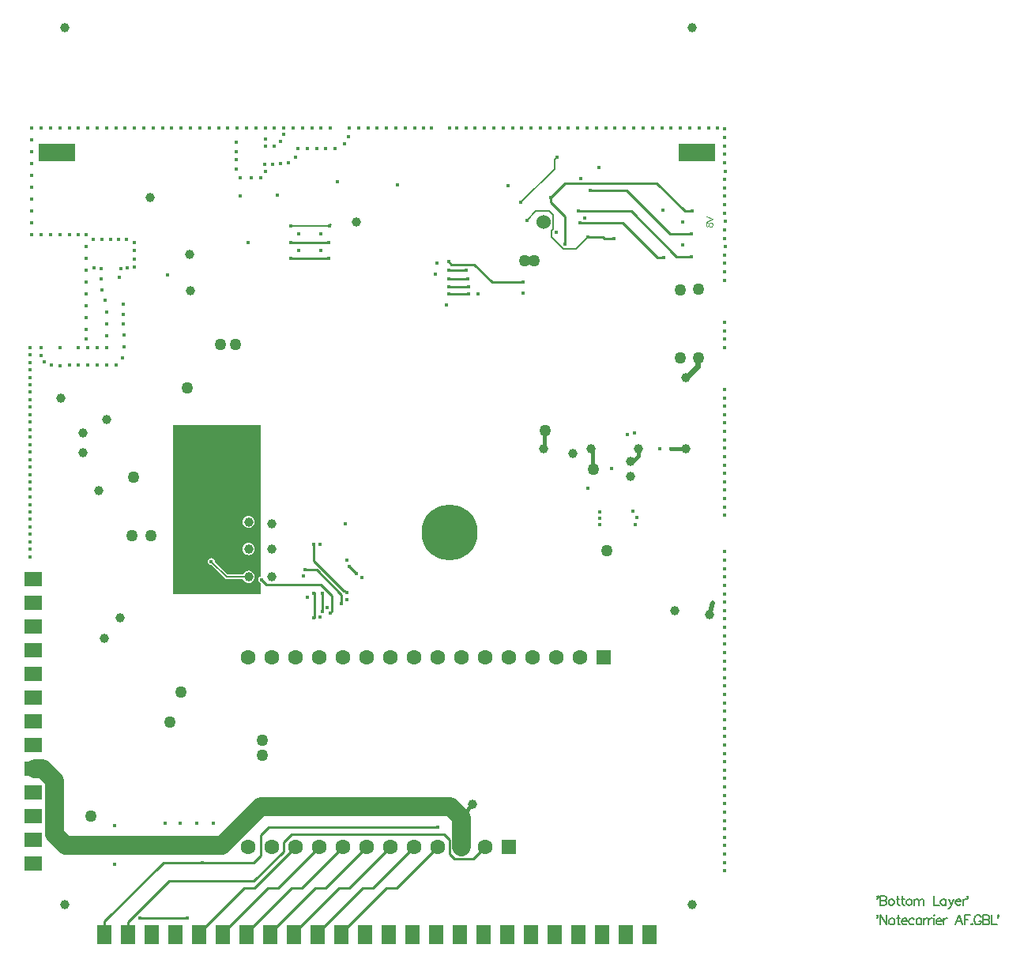
<source format=gbl>
G04*
G04 #@! TF.GenerationSoftware,Altium Limited,Altium Designer,20.2.6 (241)*
G04*
G04 Layer_Physical_Order=4*
G04 Layer_Color=16711680*
%FSLAX25Y25*%
%MOIN*%
G70*
G04*
G04 #@! TF.SameCoordinates,785051FB-66B4-4767-B951-84AC3D2C5656*
G04*
G04*
G04 #@! TF.FilePolarity,Positive*
G04*
G01*
G75*
%ADD10C,0.00787*%
%ADD11C,0.00591*%
%ADD41C,0.03937*%
%ADD131C,0.01968*%
%ADD132C,0.01575*%
%ADD134C,0.00984*%
%ADD136C,0.01968*%
%ADD138C,0.02362*%
%ADD139C,0.07874*%
%ADD148C,0.06299*%
%ADD149R,0.06299X0.06299*%
%ADD150C,0.06000*%
%ADD152C,0.23622*%
%ADD153R,0.07677X0.06299*%
%ADD154R,0.06299X0.07874*%
%ADD155C,0.01772*%
%ADD156C,0.05000*%
%ADD171C,0.01181*%
%ADD172C,0.00276*%
%ADD173R,0.15748X0.07638*%
G36*
X100347Y156160D02*
X99899Y155861D01*
X99572Y155373D01*
X99458Y154797D01*
X99572Y154221D01*
X99899Y153732D01*
X100347Y153433D01*
Y148622D01*
X63339D01*
Y220079D01*
X100347D01*
Y156160D01*
D02*
G37*
%LPC*%
G36*
X95351Y181715D02*
X94683Y181627D01*
X94060Y181369D01*
X93526Y180959D01*
X93116Y180424D01*
X92858Y179802D01*
X92770Y179134D01*
X92858Y178466D01*
X93116Y177843D01*
X93526Y177309D01*
X94060Y176899D01*
X94683Y176641D01*
X95351Y176553D01*
X96019Y176641D01*
X96642Y176899D01*
X97176Y177309D01*
X97586Y177843D01*
X97844Y178466D01*
X97932Y179134D01*
X97844Y179802D01*
X97586Y180424D01*
X97176Y180959D01*
X96642Y181369D01*
X96019Y181627D01*
X95351Y181715D01*
D02*
G37*
G36*
Y170285D02*
X94683Y170197D01*
X94060Y169939D01*
X93526Y169529D01*
X93116Y168994D01*
X92858Y168372D01*
X92770Y167704D01*
X92858Y167036D01*
X93116Y166413D01*
X93526Y165879D01*
X94060Y165469D01*
X94683Y165211D01*
X95351Y165123D01*
X96019Y165211D01*
X96642Y165469D01*
X97176Y165879D01*
X97586Y166413D01*
X97844Y167036D01*
X97932Y167704D01*
X97844Y168372D01*
X97586Y168994D01*
X97176Y169529D01*
X96642Y169939D01*
X96019Y170197D01*
X95351Y170285D01*
D02*
G37*
G36*
X79646Y163946D02*
X79070Y163832D01*
X78581Y163505D01*
X78255Y163017D01*
X78140Y162441D01*
X78255Y161865D01*
X78581Y161377D01*
X79070Y161050D01*
X79646Y160936D01*
X79836Y160974D01*
X85500Y155309D01*
X85793Y155113D01*
X86139Y155045D01*
X92955D01*
X93116Y154657D01*
X93526Y154123D01*
X94060Y153713D01*
X94683Y153455D01*
X95351Y153367D01*
X96019Y153455D01*
X96642Y153713D01*
X97176Y154123D01*
X97586Y154657D01*
X97844Y155280D01*
X97932Y155948D01*
X97844Y156616D01*
X97586Y157238D01*
X97176Y157773D01*
X96642Y158183D01*
X96019Y158441D01*
X95351Y158529D01*
X94683Y158441D01*
X94060Y158183D01*
X93526Y157773D01*
X93116Y157238D01*
X92955Y156851D01*
X86513D01*
X81113Y162251D01*
X81151Y162441D01*
X81036Y163017D01*
X80710Y163505D01*
X80222Y163832D01*
X79646Y163946D01*
D02*
G37*
%LPD*%
D10*
X233477Y294390D02*
X238481Y299393D01*
X113189Y303982D02*
X129528D01*
Y304724D01*
X210132Y313866D02*
X224403Y328137D01*
Y332074D02*
X225434Y333106D01*
X224403Y328137D02*
Y332074D01*
X216564Y310204D02*
X222239D01*
X223812Y302787D02*
Y308630D01*
X222239Y310204D02*
X223812Y308630D01*
X223145Y299254D02*
Y302120D01*
Y299254D02*
X228009Y294390D01*
X233477D01*
X223145Y302120D02*
X223812Y302787D01*
X212813Y306453D02*
X216564Y310204D01*
X129528Y304724D02*
X130270D01*
D11*
X86139Y155948D02*
X95351D01*
X79646Y162441D02*
X86139Y155948D01*
X360719Y12813D02*
X360531Y13001D01*
X360719Y13188D01*
X360906Y13001D01*
Y12626D01*
X360719Y12251D01*
X360531Y12064D01*
X361769Y13188D02*
Y9252D01*
Y13188D02*
X364393Y9252D01*
Y13188D02*
Y9252D01*
X366417Y11876D02*
X366042Y11689D01*
X365667Y11314D01*
X365480Y10751D01*
Y10377D01*
X365667Y9814D01*
X366042Y9439D01*
X366417Y9252D01*
X366979D01*
X367354Y9439D01*
X367729Y9814D01*
X367916Y10377D01*
Y10751D01*
X367729Y11314D01*
X367354Y11689D01*
X366979Y11876D01*
X366417D01*
X369341Y13188D02*
Y10002D01*
X369529Y9439D01*
X369903Y9252D01*
X370278D01*
X368779Y11876D02*
X370091D01*
X370841Y10751D02*
X373090D01*
Y11126D01*
X372902Y11501D01*
X372715Y11689D01*
X372340Y11876D01*
X371778D01*
X371403Y11689D01*
X371028Y11314D01*
X370841Y10751D01*
Y10377D01*
X371028Y9814D01*
X371403Y9439D01*
X371778Y9252D01*
X372340D01*
X372715Y9439D01*
X373090Y9814D01*
X376182Y11314D02*
X375808Y11689D01*
X375433Y11876D01*
X374870D01*
X374496Y11689D01*
X374121Y11314D01*
X373933Y10751D01*
Y10377D01*
X374121Y9814D01*
X374496Y9439D01*
X374870Y9252D01*
X375433D01*
X375808Y9439D01*
X376182Y9814D01*
X379275Y11876D02*
Y9252D01*
Y11314D02*
X378900Y11689D01*
X378525Y11876D01*
X377963D01*
X377588Y11689D01*
X377213Y11314D01*
X377026Y10751D01*
Y10377D01*
X377213Y9814D01*
X377588Y9439D01*
X377963Y9252D01*
X378525D01*
X378900Y9439D01*
X379275Y9814D01*
X380325Y11876D02*
Y9252D01*
Y10751D02*
X380512Y11314D01*
X380887Y11689D01*
X381262Y11876D01*
X381824D01*
X382180D02*
Y9252D01*
Y10751D02*
X382368Y11314D01*
X382743Y11689D01*
X383118Y11876D01*
X383680D01*
X384411Y13188D02*
X384598Y13001D01*
X384786Y13188D01*
X384598Y13376D01*
X384411Y13188D01*
X384598Y11876D02*
Y9252D01*
X385479Y10751D02*
X387729D01*
Y11126D01*
X387541Y11501D01*
X387354Y11689D01*
X386979Y11876D01*
X386417D01*
X386042Y11689D01*
X385667Y11314D01*
X385479Y10751D01*
Y10377D01*
X385667Y9814D01*
X386042Y9439D01*
X386417Y9252D01*
X386979D01*
X387354Y9439D01*
X387729Y9814D01*
X388572Y11876D02*
Y9252D01*
Y10751D02*
X388759Y11314D01*
X389134Y11689D01*
X389509Y11876D01*
X390072D01*
X396519Y9252D02*
X395020Y13188D01*
X393520Y9252D01*
X394083Y10564D02*
X395957D01*
X397438Y13188D02*
Y9252D01*
Y13188D02*
X399874D01*
X397438Y11314D02*
X398937D01*
X400512Y9627D02*
X400324Y9439D01*
X400512Y9252D01*
X400699Y9439D01*
X400512Y9627D01*
X404373Y12251D02*
X404185Y12626D01*
X403811Y13001D01*
X403436Y13188D01*
X402686D01*
X402311Y13001D01*
X401936Y12626D01*
X401749Y12251D01*
X401561Y11689D01*
Y10751D01*
X401749Y10189D01*
X401936Y9814D01*
X402311Y9439D01*
X402686Y9252D01*
X403436D01*
X403811Y9439D01*
X404185Y9814D01*
X404373Y10189D01*
Y10751D01*
X403436D02*
X404373D01*
X405273Y13188D02*
Y9252D01*
Y13188D02*
X406959D01*
X407522Y13001D01*
X407709Y12813D01*
X407897Y12438D01*
Y12064D01*
X407709Y11689D01*
X407522Y11501D01*
X406959Y11314D01*
X405273D02*
X406959D01*
X407522Y11126D01*
X407709Y10939D01*
X407897Y10564D01*
Y10002D01*
X407709Y9627D01*
X407522Y9439D01*
X406959Y9252D01*
X405273D01*
X408778Y13188D02*
Y9252D01*
X411027D01*
X411645Y12813D02*
X411458Y13001D01*
X411645Y13188D01*
X411833Y13001D01*
Y12626D01*
X411645Y12251D01*
X411458Y12064D01*
X360817Y20917D02*
X360630Y21104D01*
X360817Y21292D01*
X361005Y21104D01*
Y20729D01*
X360817Y20354D01*
X360630Y20167D01*
X361867Y21292D02*
Y17355D01*
Y21292D02*
X363554D01*
X364116Y21104D01*
X364304Y20917D01*
X364491Y20542D01*
Y20167D01*
X364304Y19792D01*
X364116Y19605D01*
X363554Y19417D01*
X361867D02*
X363554D01*
X364116Y19230D01*
X364304Y19042D01*
X364491Y18667D01*
Y18105D01*
X364304Y17730D01*
X364116Y17543D01*
X363554Y17355D01*
X361867D01*
X366309Y19979D02*
X365934Y19792D01*
X365560Y19417D01*
X365372Y18855D01*
Y18480D01*
X365560Y17918D01*
X365934Y17543D01*
X366309Y17355D01*
X366872D01*
X367246Y17543D01*
X367621Y17918D01*
X367809Y18480D01*
Y18855D01*
X367621Y19417D01*
X367246Y19792D01*
X366872Y19979D01*
X366309D01*
X369233Y21292D02*
Y18105D01*
X369421Y17543D01*
X369796Y17355D01*
X370170D01*
X368671Y19979D02*
X369983D01*
X371295Y21292D02*
Y18105D01*
X371482Y17543D01*
X371857Y17355D01*
X372232D01*
X370733Y19979D02*
X372045D01*
X373732D02*
X373357Y19792D01*
X372982Y19417D01*
X372795Y18855D01*
Y18480D01*
X372982Y17918D01*
X373357Y17543D01*
X373732Y17355D01*
X374294D01*
X374669Y17543D01*
X375044Y17918D01*
X375231Y18480D01*
Y18855D01*
X375044Y19417D01*
X374669Y19792D01*
X374294Y19979D01*
X373732D01*
X376093D02*
Y17355D01*
Y19230D02*
X376656Y19792D01*
X377031Y19979D01*
X377593D01*
X377968Y19792D01*
X378155Y19230D01*
Y17355D01*
Y19230D02*
X378717Y19792D01*
X379092Y19979D01*
X379655D01*
X380030Y19792D01*
X380217Y19230D01*
Y17355D01*
X384547Y21292D02*
Y17355D01*
X386796D01*
X389476Y19979D02*
Y17355D01*
Y19417D02*
X389102Y19792D01*
X388727Y19979D01*
X388164D01*
X387789Y19792D01*
X387415Y19417D01*
X387227Y18855D01*
Y18480D01*
X387415Y17918D01*
X387789Y17543D01*
X388164Y17355D01*
X388727D01*
X389102Y17543D01*
X389476Y17918D01*
X390714Y19979D02*
X391838Y17355D01*
X392963Y19979D02*
X391838Y17355D01*
X391463Y16606D01*
X391088Y16231D01*
X390714Y16043D01*
X390526D01*
X393619Y18855D02*
X395868D01*
Y19230D01*
X395680Y19605D01*
X395493Y19792D01*
X395118Y19979D01*
X394556D01*
X394181Y19792D01*
X393806Y19417D01*
X393619Y18855D01*
Y18480D01*
X393806Y17918D01*
X394181Y17543D01*
X394556Y17355D01*
X395118D01*
X395493Y17543D01*
X395868Y17918D01*
X396711Y19979D02*
Y17355D01*
Y18855D02*
X396899Y19417D01*
X397274Y19792D01*
X397649Y19979D01*
X398211D01*
X398755Y20917D02*
X398567Y21104D01*
X398755Y21292D01*
X398942Y21104D01*
Y20729D01*
X398755Y20354D01*
X398567Y20167D01*
D41*
X190000Y60000D02*
D03*
X220000Y210000D02*
D03*
X240000D02*
D03*
X290000Y140000D02*
D03*
X280000Y240000D02*
D03*
Y210000D02*
D03*
X260000D02*
D03*
X140938Y305731D02*
D03*
X17717Y387795D02*
D03*
X282480D02*
D03*
Y17717D02*
D03*
X17717D02*
D03*
X95351Y155948D02*
D03*
X32173Y192183D02*
D03*
X70499Y292121D02*
D03*
X70687Y276640D02*
D03*
X105127Y155948D02*
D03*
X105315Y167704D02*
D03*
Y178493D02*
D03*
X95351Y179134D02*
D03*
X35633Y222399D02*
D03*
X95351Y167704D02*
D03*
X41064Y138514D02*
D03*
X256496Y204528D02*
D03*
X256398Y198228D02*
D03*
X34626Y129984D02*
D03*
X275236Y141732D02*
D03*
X25648Y216572D02*
D03*
Y208357D02*
D03*
X232283Y208032D02*
D03*
X16142Y231496D02*
D03*
X53937Y316142D02*
D03*
D131*
X81102Y181102D02*
D03*
Y179134D02*
D03*
Y177165D02*
D03*
Y175197D02*
D03*
Y173228D02*
D03*
X79134Y179134D02*
D03*
Y181102D02*
D03*
X77165Y175197D02*
D03*
Y173228D02*
D03*
X79134Y177165D02*
D03*
Y175197D02*
D03*
Y173228D02*
D03*
X77165Y181102D02*
D03*
Y179134D02*
D03*
Y177165D02*
D03*
D132*
X186024Y56024D02*
X190000Y60000D01*
X185236Y46850D02*
X186024Y47638D01*
Y56024D01*
X256496Y204528D02*
X257382D01*
X260000Y207146D01*
Y210000D01*
X273491D02*
X280000D01*
X220236Y217284D02*
X220472Y217520D01*
X220000Y210000D02*
X220236Y210236D01*
Y217284D01*
X240452Y201913D02*
Y209548D01*
Y201913D02*
X240969Y201396D01*
X240000Y210000D02*
X240452Y209548D01*
D134*
X123031Y138779D02*
Y148927D01*
X125823Y152798D02*
X130650Y147971D01*
X102962Y152798D02*
X125823D01*
X75787Y35433D02*
X97441D01*
X59547D02*
X75787D01*
X34626Y10512D02*
X59547Y35433D01*
X97441D02*
X100394Y38386D01*
Y46867D01*
X103723Y50197D01*
X177979Y47244D02*
X180073Y45150D01*
X113559Y47244D02*
X177979D01*
X103723Y50197D02*
X175236D01*
X110236Y43921D02*
X113559Y47244D01*
X61772Y27559D02*
X97652D01*
X110236Y40143D01*
Y43921D01*
X180073Y39014D02*
Y45150D01*
X182107Y36980D02*
X190217D01*
X180073Y39014D02*
X182107Y36980D01*
X44626Y10413D02*
X61772Y27559D01*
X93522Y24684D02*
X97920D01*
X74626Y5787D02*
X93522Y24684D01*
X44626Y5000D02*
Y10413D01*
X190217Y36980D02*
X195236Y42000D01*
X100963Y154797D02*
X102962Y152798D01*
X105236Y40750D02*
X105526D01*
X137899Y160450D02*
X140945Y157404D01*
X137702Y160450D02*
X137899D01*
X105526Y40750D02*
Y40920D01*
X117920Y24684D02*
X135236Y42000D01*
X94626Y5000D02*
Y5787D01*
X113522Y24684D01*
X117920D01*
X84626Y5000D02*
Y5787D01*
X103522Y24684D01*
X107920D01*
X125236Y42000D01*
X74626Y5000D02*
Y5787D01*
X97920Y24684D02*
X115236Y42000D01*
X134626Y5787D02*
X153522Y24684D01*
X157920D01*
X175236Y42000D01*
X134626Y5000D02*
Y5787D01*
X124626D02*
X143522Y24684D01*
X147920D01*
X165236Y42000D01*
X124626Y5000D02*
Y5787D01*
X114626Y5000D02*
Y5787D01*
X133522Y24684D01*
X137920D01*
X155236Y42000D01*
X123522Y24684D02*
X127920D01*
X104626Y5000D02*
Y5787D01*
X123522Y24684D01*
X127920D02*
X145236Y42000D01*
X34626Y5000D02*
Y10512D01*
X134656Y144542D02*
Y148355D01*
X124042Y158969D02*
X134656Y148355D01*
X119112Y158969D02*
X124042D01*
X135433Y150084D02*
X136047D01*
X122845Y162672D02*
Y169518D01*
X136661Y149470D02*
X136821D01*
X136047Y150084D02*
X136661Y149470D01*
X122845Y162672D02*
X135433Y150084D01*
X122845Y169518D02*
X122942Y169615D01*
X130650Y141626D02*
Y147971D01*
X129823Y140799D02*
X130650Y141626D01*
X129823Y140639D02*
Y140799D01*
X122937Y138685D02*
X123031Y138779D01*
X126516Y141348D02*
X126585Y141279D01*
X126516Y149044D02*
X126585Y149113D01*
X126516Y141348D02*
Y149044D01*
X49649Y12000D02*
X69665D01*
X222973Y316072D02*
X222980D01*
X228956Y322048D02*
X267658D01*
X222980Y316072D02*
X228956Y322048D01*
X267913Y290724D02*
X270592D01*
X235252Y305400D02*
X253238D01*
X267913Y290724D01*
X234572Y310189D02*
X256797D01*
X275868Y291118D01*
X282328D01*
X254763Y319056D02*
X273095Y300724D01*
X282172D02*
X282172Y300724D01*
X273095Y300724D02*
X282172D01*
X239365Y319056D02*
X254763D01*
X235204Y305449D02*
X235252Y305400D01*
X238481Y299393D02*
X244745D01*
X245579Y298559D01*
X267658Y322048D02*
X279375Y310331D01*
X282574D01*
X245579Y298559D02*
X249639D01*
X179766Y281681D02*
X187799D01*
X179718Y281633D02*
X179766Y281681D01*
X180982Y287648D02*
X190660D01*
X179715Y288914D02*
X180982Y287648D01*
X190660D02*
X198095Y280213D01*
X179718Y275319D02*
X179729Y275331D01*
X188147D02*
X188159Y275343D01*
X179729Y275331D02*
X188147D01*
X198095Y280213D02*
X211174D01*
X179678Y285188D02*
X187238D01*
X179718Y278469D02*
X188245D01*
X228784Y296260D02*
Y308052D01*
X222973Y313863D02*
Y316072D01*
Y313863D02*
X228784Y308052D01*
X113189Y290354D02*
X129277D01*
X113189Y296873D02*
X129277D01*
X113189Y296873D02*
X113189Y296873D01*
D136*
X290000Y140000D02*
X291071Y145176D01*
D138*
X284732Y247730D02*
X285236Y248235D01*
X284732Y244731D02*
Y247730D01*
X280000Y240000D02*
X284732Y244731D01*
D139*
X18097Y42685D02*
X84147D01*
X100517Y59055D01*
X180511D01*
X185236Y54330D01*
Y42000D02*
Y54330D01*
X13484Y47297D02*
X18097Y42685D01*
X8509Y75000D02*
X13484Y70025D01*
Y47297D02*
Y70025D01*
X5020Y75000D02*
X8509D01*
D148*
X165236Y122000D02*
D03*
X175236D02*
D03*
X185236D02*
D03*
X195236D02*
D03*
X205236D02*
D03*
X215236D02*
D03*
X225236D02*
D03*
X235236D02*
D03*
X155236D02*
D03*
X145236D02*
D03*
X135236D02*
D03*
X125236D02*
D03*
X115236D02*
D03*
X105236D02*
D03*
X95236D02*
D03*
Y42000D02*
D03*
X105236D02*
D03*
X115236D02*
D03*
X195236D02*
D03*
X185236D02*
D03*
X175236D02*
D03*
X165236D02*
D03*
X155236D02*
D03*
X145236D02*
D03*
X135236D02*
D03*
X125236D02*
D03*
D149*
X245236Y122000D02*
D03*
X205236Y42000D02*
D03*
D150*
X219678Y305731D02*
D03*
D152*
X180308Y174826D02*
D03*
D153*
X4626Y145000D02*
D03*
Y155000D02*
D03*
Y135000D02*
D03*
Y75000D02*
D03*
Y65000D02*
D03*
Y35000D02*
D03*
Y45000D02*
D03*
Y55000D02*
D03*
Y125000D02*
D03*
Y115000D02*
D03*
Y95000D02*
D03*
Y85000D02*
D03*
Y105000D02*
D03*
D154*
X264626Y5000D02*
D03*
X254626D02*
D03*
X244626D02*
D03*
X234626D02*
D03*
X224626D02*
D03*
X144626D02*
D03*
X154626D02*
D03*
X164626D02*
D03*
X174626D02*
D03*
X184626D02*
D03*
X194626D02*
D03*
X204626D02*
D03*
X214626D02*
D03*
X64626D02*
D03*
X54626D02*
D03*
X34626D02*
D03*
X44626D02*
D03*
X134626D02*
D03*
X104626D02*
D03*
X94626D02*
D03*
X84626D02*
D03*
X74626D02*
D03*
X114626D02*
D03*
X124626D02*
D03*
D155*
X122845Y149113D02*
D03*
X248464Y201633D02*
D03*
X296260Y35433D02*
D03*
Y31890D02*
D03*
Y42520D02*
D03*
Y49606D02*
D03*
Y46063D02*
D03*
Y113386D02*
D03*
Y120472D02*
D03*
Y116929D02*
D03*
X75787Y35433D02*
D03*
X175236Y50197D02*
D03*
X73583Y52165D02*
D03*
X38803Y50937D02*
D03*
X100963Y154797D02*
D03*
X140945Y157404D02*
D03*
X137702Y160450D02*
D03*
X134656Y144542D02*
D03*
X119112Y158969D02*
D03*
X136821Y149470D02*
D03*
X122942Y169615D02*
D03*
X129823Y140639D02*
D03*
X66929Y185335D02*
D03*
X259274Y181008D02*
D03*
X132924Y322632D02*
D03*
X79646Y162441D02*
D03*
X88651Y185078D02*
D03*
X81123Y164957D02*
D03*
X77294D02*
D03*
X81850Y187270D02*
D03*
X77836Y189349D02*
D03*
X80433Y189370D02*
D03*
X79134Y187270D02*
D03*
X76417Y187346D02*
D03*
X81850Y167215D02*
D03*
X79134D02*
D03*
X76417D02*
D03*
X122937Y138685D02*
D03*
X120324Y147222D02*
D03*
X125347Y139063D02*
D03*
X268701Y210000D02*
D03*
X118587Y156377D02*
D03*
X126585Y141279D02*
D03*
X128657Y142845D02*
D03*
X136034Y178493D02*
D03*
X126585Y149113D02*
D03*
X136821Y146372D02*
D03*
X125408Y169588D02*
D03*
X258032Y216636D02*
D03*
X69665Y12000D02*
D03*
X49649D02*
D03*
X273491Y210000D02*
D03*
X296260Y81496D02*
D03*
Y85039D02*
D03*
Y77953D02*
D03*
X3179Y186502D02*
D03*
Y189651D02*
D03*
Y195950D02*
D03*
Y170754D02*
D03*
Y173903D02*
D03*
Y177053D02*
D03*
Y180202D02*
D03*
Y183352D02*
D03*
X3164Y205455D02*
D03*
Y208605D02*
D03*
Y211755D02*
D03*
Y214904D02*
D03*
Y192857D02*
D03*
Y199156D02*
D03*
Y202306D02*
D03*
X3179Y164454D02*
D03*
Y167604D02*
D03*
X60166Y52165D02*
D03*
X38803Y34835D02*
D03*
X293307Y345295D02*
D03*
X285433D02*
D03*
X281496D02*
D03*
X277559D02*
D03*
X273622D02*
D03*
X289370D02*
D03*
X253937D02*
D03*
X250000D02*
D03*
X246063D02*
D03*
X242126D02*
D03*
X269685D02*
D03*
X265748D02*
D03*
X261811D02*
D03*
X257874D02*
D03*
X296260Y334252D02*
D03*
Y341338D02*
D03*
Y337795D02*
D03*
Y344882D02*
D03*
Y284646D02*
D03*
Y291732D02*
D03*
Y288189D02*
D03*
Y298819D02*
D03*
X296654Y305906D02*
D03*
Y295276D02*
D03*
X296260Y302362D02*
D03*
Y312992D02*
D03*
Y309449D02*
D03*
X296654Y327165D02*
D03*
X296260Y330709D02*
D03*
Y320079D02*
D03*
Y323622D02*
D03*
Y316535D02*
D03*
Y235039D02*
D03*
Y256299D02*
D03*
Y252756D02*
D03*
Y263386D02*
D03*
Y259842D02*
D03*
Y281102D02*
D03*
X238481Y299393D02*
D03*
X270592Y290724D02*
D03*
X278582Y295921D02*
D03*
X237140Y307467D02*
D03*
X270087Y310763D02*
D03*
X278633Y305532D02*
D03*
X282574Y310331D02*
D03*
X282328Y291118D02*
D03*
X249639Y298559D02*
D03*
X282172Y300724D02*
D03*
X129528Y303982D02*
D03*
X113189D02*
D03*
X125880Y300810D02*
D03*
X204697Y320854D02*
D03*
X210132Y313866D02*
D03*
X143096Y155750D02*
D03*
X187799Y281681D02*
D03*
X179715Y288914D02*
D03*
X174838Y288209D02*
D03*
X136872Y162852D02*
D03*
X7874Y345295D02*
D03*
X3937D02*
D03*
X3937Y340295D02*
D03*
X258576Y177996D02*
D03*
X225015Y301346D02*
D03*
X296260Y217323D02*
D03*
Y224409D02*
D03*
Y220866D02*
D03*
Y231496D02*
D03*
Y227953D02*
D03*
Y38976D02*
D03*
Y56693D02*
D03*
Y53150D02*
D03*
Y63779D02*
D03*
Y67323D02*
D03*
Y60236D02*
D03*
Y74409D02*
D03*
Y70866D02*
D03*
Y88583D02*
D03*
Y95669D02*
D03*
Y99213D02*
D03*
Y92126D02*
D03*
Y106299D02*
D03*
Y102756D02*
D03*
Y109843D02*
D03*
Y127559D02*
D03*
Y131102D02*
D03*
Y124016D02*
D03*
X255228Y216059D02*
D03*
X80534Y52137D02*
D03*
X116431Y300810D02*
D03*
X116535Y293723D02*
D03*
X125984D02*
D03*
X239365Y319056D02*
D03*
X234572Y310189D02*
D03*
X178682Y270669D02*
D03*
X211174Y275590D02*
D03*
X192119Y275319D02*
D03*
X174059Y283689D02*
D03*
X188159Y275343D02*
D03*
X211174Y280213D02*
D03*
X179678Y285188D02*
D03*
X179718Y281633D02*
D03*
Y278469D02*
D03*
Y275319D02*
D03*
X188245Y278469D02*
D03*
X187238Y285188D02*
D03*
X235579Y324115D02*
D03*
X228784Y296260D02*
D03*
X107510Y316981D02*
D03*
X129277Y290354D02*
D03*
X113189D02*
D03*
X129277Y296873D02*
D03*
X113189Y296873D02*
D03*
X91959Y316558D02*
D03*
X66387Y52165D02*
D03*
X61024Y283455D02*
D03*
X235204Y305449D02*
D03*
X225434Y333106D02*
D03*
X95272Y296873D02*
D03*
X234252Y345295D02*
D03*
X180118D02*
D03*
X129921D02*
D03*
X82677D02*
D03*
X78740D02*
D03*
X296260Y210236D02*
D03*
Y213779D02*
D03*
Y203150D02*
D03*
Y196063D02*
D03*
Y155905D02*
D03*
Y162992D02*
D03*
X291071Y145176D02*
D03*
X243504Y180709D02*
D03*
X296260Y206693D02*
D03*
Y199606D02*
D03*
Y188976D02*
D03*
Y192520D02*
D03*
Y181890D02*
D03*
Y185433D02*
D03*
Y166535D02*
D03*
Y159449D02*
D03*
Y148819D02*
D03*
Y152362D02*
D03*
Y141732D02*
D03*
Y145276D02*
D03*
Y134646D02*
D03*
Y138189D02*
D03*
X257577Y183739D02*
D03*
X238386Y193307D02*
D03*
X243504Y183465D02*
D03*
Y177953D02*
D03*
X206693Y345295D02*
D03*
X210630D02*
D03*
X212813Y306453D02*
D03*
X214567Y345295D02*
D03*
X218504D02*
D03*
X222973Y316072D02*
D03*
X222441Y345295D02*
D03*
X226378D02*
D03*
X230315D02*
D03*
X238189D02*
D03*
X243110Y328760D02*
D03*
X3135Y252812D02*
D03*
X3150Y237008D02*
D03*
Y233858D02*
D03*
Y230709D02*
D03*
Y227559D02*
D03*
Y224409D02*
D03*
Y221260D02*
D03*
Y218110D02*
D03*
Y249606D02*
D03*
Y246457D02*
D03*
Y243307D02*
D03*
Y240158D02*
D03*
X3937Y335295D02*
D03*
Y330295D02*
D03*
Y325295D02*
D03*
Y320295D02*
D03*
Y315295D02*
D03*
Y310295D02*
D03*
Y305295D02*
D03*
Y300295D02*
D03*
X7777Y249458D02*
D03*
X7874Y300295D02*
D03*
Y252795D02*
D03*
X9213Y246740D02*
D03*
X11811Y345295D02*
D03*
Y300295D02*
D03*
X12308Y245281D02*
D03*
X15748Y345295D02*
D03*
Y300295D02*
D03*
Y252795D02*
D03*
X15976Y245126D02*
D03*
X19685Y345295D02*
D03*
Y300295D02*
D03*
Y245295D02*
D03*
X23622Y345295D02*
D03*
Y300295D02*
D03*
Y252795D02*
D03*
Y245295D02*
D03*
X26852Y300207D02*
D03*
Y295207D02*
D03*
Y290207D02*
D03*
Y285207D02*
D03*
Y280207D02*
D03*
Y275207D02*
D03*
Y270207D02*
D03*
Y265207D02*
D03*
Y260207D02*
D03*
X26861Y256243D02*
D03*
X27559Y345295D02*
D03*
Y252795D02*
D03*
Y245295D02*
D03*
X29921Y298425D02*
D03*
X30315Y286221D02*
D03*
X31496Y345295D02*
D03*
Y252795D02*
D03*
Y245295D02*
D03*
X33282Y286170D02*
D03*
Y281616D02*
D03*
X33465Y298425D02*
D03*
X33548Y277152D02*
D03*
X34874Y272688D02*
D03*
X35433Y345295D02*
D03*
Y267795D02*
D03*
Y262795D02*
D03*
Y257795D02*
D03*
Y252795D02*
D03*
Y245295D02*
D03*
X37008Y298425D02*
D03*
X39370Y345295D02*
D03*
Y245295D02*
D03*
X40551Y298425D02*
D03*
X40806Y282302D02*
D03*
X41460Y286170D02*
D03*
X42298Y248397D02*
D03*
X42608Y270985D02*
D03*
Y266764D02*
D03*
X42652Y262742D02*
D03*
X42718Y257857D02*
D03*
X42785Y253061D02*
D03*
X43307Y345295D02*
D03*
X43701Y298425D02*
D03*
X44094Y286221D02*
D03*
X47230Y286656D02*
D03*
X47244Y345295D02*
D03*
Y296850D02*
D03*
Y293701D02*
D03*
Y290158D02*
D03*
X51181Y345295D02*
D03*
X55118D02*
D03*
X59055D02*
D03*
X62992D02*
D03*
X66929D02*
D03*
X70866D02*
D03*
X74803D02*
D03*
X86614D02*
D03*
X90158Y339370D02*
D03*
Y335433D02*
D03*
Y331890D02*
D03*
Y327953D02*
D03*
X91732Y324409D02*
D03*
X90551Y345295D02*
D03*
X94488D02*
D03*
X96457Y324409D02*
D03*
X98425Y345295D02*
D03*
X100394Y324409D02*
D03*
X102299Y330105D02*
D03*
X102362Y340551D02*
D03*
Y337795D02*
D03*
Y327165D02*
D03*
X102362Y345295D02*
D03*
X105548Y330017D02*
D03*
X106299Y337795D02*
D03*
X106299Y345295D02*
D03*
X108885Y339697D02*
D03*
X108952Y330194D02*
D03*
X110236Y342795D02*
D03*
Y345295D02*
D03*
X112205Y330709D02*
D03*
X115117Y333133D02*
D03*
X114173Y345295D02*
D03*
X116142Y336614D02*
D03*
X118110Y345295D02*
D03*
X120079Y336614D02*
D03*
X122047Y345295D02*
D03*
X124016Y336614D02*
D03*
X125984Y345295D02*
D03*
X127953Y336614D02*
D03*
X131890D02*
D03*
X135827Y338583D02*
D03*
X137462Y341731D02*
D03*
X137795Y345295D02*
D03*
X141732D02*
D03*
X145669D02*
D03*
X149606D02*
D03*
X153543D02*
D03*
X157480D02*
D03*
X158299Y321391D02*
D03*
X161417Y345295D02*
D03*
X165354D02*
D03*
X169291D02*
D03*
X172483Y345331D02*
D03*
X183071Y345295D02*
D03*
X187008D02*
D03*
X190945D02*
D03*
X194882D02*
D03*
X198819D02*
D03*
X202756D02*
D03*
D156*
X62008Y94842D02*
D03*
X66929Y107283D02*
D03*
X69663Y235694D02*
D03*
X54171Y173223D02*
D03*
X46262Y173182D02*
D03*
X285236Y248235D02*
D03*
X277362D02*
D03*
Y277143D02*
D03*
X28952Y54968D02*
D03*
X285236Y277362D02*
D03*
X240969Y201396D02*
D03*
X220472Y217520D02*
D03*
X101047Y80709D02*
D03*
Y87083D02*
D03*
X89804Y253937D02*
D03*
X83499D02*
D03*
X211804Y289370D02*
D03*
X215741D02*
D03*
X46970Y198054D02*
D03*
X246496Y167000D02*
D03*
D171*
X122845Y149113D02*
X123031Y148927D01*
D172*
X288344Y307911D02*
X291099Y306862D01*
X288344Y305812D02*
X291099Y306862D01*
X288344Y304802D02*
X288475Y305195D01*
X288737Y305327D01*
X289000D01*
X289262Y305195D01*
X289393Y304933D01*
X289524Y304408D01*
X289656Y304015D01*
X289918Y303752D01*
X290180Y303621D01*
X290574D01*
X290836Y303752D01*
X290968Y303883D01*
X291099Y304277D01*
Y304802D01*
X290968Y305195D01*
X290836Y305327D01*
X290574Y305458D01*
X290180D01*
X289918Y305327D01*
X289656Y305064D01*
X289524Y304671D01*
X289393Y304146D01*
X289262Y303883D01*
X289000Y303752D01*
X288737D01*
X288475Y303883D01*
X288344Y304277D01*
Y304802D01*
D173*
X284626Y335000D02*
D03*
X14626D02*
D03*
M02*

</source>
